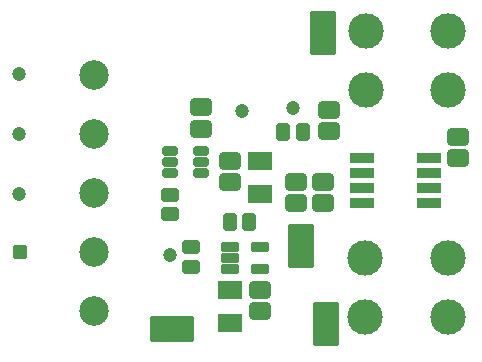
<source format=gts>
G04*
G04 #@! TF.GenerationSoftware,Altium Limited,Altium Designer,20.1.14 (287)*
G04*
G04 Layer_Color=8388736*
%FSAX25Y25*%
%MOIN*%
G70*
G04*
G04 #@! TF.SameCoordinates,0E288BC8-C536-4CC5-9AEF-3088BE1C8A18*
G04*
G04*
G04 #@! TF.FilePolarity,Negative*
G04*
G01*
G75*
G04:AMPARAMS|DCode=26|XSize=47.37mil|YSize=47.37mil|CornerRadius=7.94mil|HoleSize=0mil|Usage=FLASHONLY|Rotation=90.000|XOffset=0mil|YOffset=0mil|HoleType=Round|Shape=RoundedRectangle|*
%AMROUNDEDRECTD26*
21,1,0.04737,0.03150,0,0,90.0*
21,1,0.03150,0.04737,0,0,90.0*
1,1,0.01587,0.01575,0.01575*
1,1,0.01587,0.01575,-0.01575*
1,1,0.01587,-0.01575,-0.01575*
1,1,0.01587,-0.01575,0.01575*
%
%ADD26ROUNDEDRECTD26*%
%ADD27C,0.04737*%
G04:AMPARAMS|DCode=28|XSize=57.21mil|YSize=70.99mil|CornerRadius=8.92mil|HoleSize=0mil|Usage=FLASHONLY|Rotation=270.000|XOffset=0mil|YOffset=0mil|HoleType=Round|Shape=RoundedRectangle|*
%AMROUNDEDRECTD28*
21,1,0.05721,0.05315,0,0,270.0*
21,1,0.03937,0.07099,0,0,270.0*
1,1,0.01784,-0.02657,-0.01968*
1,1,0.01784,-0.02657,0.01968*
1,1,0.01784,0.02657,0.01968*
1,1,0.01784,0.02657,-0.01968*
%
%ADD28ROUNDEDRECTD28*%
G04:AMPARAMS|DCode=29|XSize=63.12mil|YSize=43.43mil|CornerRadius=6.66mil|HoleSize=0mil|Usage=FLASHONLY|Rotation=90.000|XOffset=0mil|YOffset=0mil|HoleType=Round|Shape=RoundedRectangle|*
%AMROUNDEDRECTD29*
21,1,0.06312,0.03012,0,0,90.0*
21,1,0.04980,0.04343,0,0,90.0*
1,1,0.01332,0.01506,0.02490*
1,1,0.01332,0.01506,-0.02490*
1,1,0.01332,-0.01506,-0.02490*
1,1,0.01332,-0.01506,0.02490*
%
%ADD29ROUNDEDRECTD29*%
G04:AMPARAMS|DCode=30|XSize=149.73mil|YSize=86.74mil|CornerRadius=9.91mil|HoleSize=0mil|Usage=FLASHONLY|Rotation=180.000|XOffset=0mil|YOffset=0mil|HoleType=Round|Shape=RoundedRectangle|*
%AMROUNDEDRECTD30*
21,1,0.14973,0.06693,0,0,180.0*
21,1,0.12992,0.08674,0,0,180.0*
1,1,0.01981,-0.06496,0.03347*
1,1,0.01981,0.06496,0.03347*
1,1,0.01981,0.06496,-0.03347*
1,1,0.01981,-0.06496,-0.03347*
%
%ADD30ROUNDEDRECTD30*%
G04:AMPARAMS|DCode=31|XSize=149.73mil|YSize=86.74mil|CornerRadius=9.91mil|HoleSize=0mil|Usage=FLASHONLY|Rotation=90.000|XOffset=0mil|YOffset=0mil|HoleType=Round|Shape=RoundedRectangle|*
%AMROUNDEDRECTD31*
21,1,0.14973,0.06693,0,0,90.0*
21,1,0.12992,0.08674,0,0,90.0*
1,1,0.01981,0.03347,0.06496*
1,1,0.01981,0.03347,-0.06496*
1,1,0.01981,-0.03347,-0.06496*
1,1,0.01981,-0.03347,0.06496*
%
%ADD31ROUNDEDRECTD31*%
G04:AMPARAMS|DCode=32|XSize=63.12mil|YSize=43.43mil|CornerRadius=6.66mil|HoleSize=0mil|Usage=FLASHONLY|Rotation=0.000|XOffset=0mil|YOffset=0mil|HoleType=Round|Shape=RoundedRectangle|*
%AMROUNDEDRECTD32*
21,1,0.06312,0.03012,0,0,0.0*
21,1,0.04980,0.04343,0,0,0.0*
1,1,0.01332,0.02490,-0.01506*
1,1,0.01332,-0.02490,-0.01506*
1,1,0.01332,-0.02490,0.01506*
1,1,0.01332,0.02490,0.01506*
%
%ADD32ROUNDEDRECTD32*%
%ADD33R,0.07887X0.05918*%
G04:AMPARAMS|DCode=34|XSize=32.8mil|YSize=59.18mil|CornerRadius=5.86mil|HoleSize=0mil|Usage=FLASHONLY|Rotation=90.000|XOffset=0mil|YOffset=0mil|HoleType=Round|Shape=RoundedRectangle|*
%AMROUNDEDRECTD34*
21,1,0.03280,0.04746,0,0,90.0*
21,1,0.02108,0.05918,0,0,90.0*
1,1,0.01172,0.02373,0.01054*
1,1,0.01172,0.02373,-0.01054*
1,1,0.01172,-0.02373,-0.01054*
1,1,0.01172,-0.02373,0.01054*
%
%ADD34ROUNDEDRECTD34*%
G04:AMPARAMS|DCode=35|XSize=36.35mil|YSize=82.8mil|CornerRadius=6.13mil|HoleSize=0mil|Usage=FLASHONLY|Rotation=90.000|XOffset=0mil|YOffset=0mil|HoleType=Round|Shape=RoundedRectangle|*
%AMROUNDEDRECTD35*
21,1,0.03635,0.07055,0,0,90.0*
21,1,0.02410,0.08280,0,0,90.0*
1,1,0.01225,0.03528,0.01205*
1,1,0.01225,0.03528,-0.01205*
1,1,0.01225,-0.03528,-0.01205*
1,1,0.01225,-0.03528,0.01205*
%
%ADD35ROUNDEDRECTD35*%
G04:AMPARAMS|DCode=36|XSize=31.62mil|YSize=51.31mil|CornerRadius=6.01mil|HoleSize=0mil|Usage=FLASHONLY|Rotation=270.000|XOffset=0mil|YOffset=0mil|HoleType=Round|Shape=RoundedRectangle|*
%AMROUNDEDRECTD36*
21,1,0.03162,0.03929,0,0,270.0*
21,1,0.01961,0.05131,0,0,270.0*
1,1,0.01202,-0.01965,-0.00980*
1,1,0.01202,-0.01965,0.00980*
1,1,0.01202,0.01965,0.00980*
1,1,0.01202,0.01965,-0.00980*
%
%ADD36ROUNDEDRECTD36*%
%ADD37C,0.11824*%
%ADD38C,0.09855*%
D26*
X0013000Y0037000D02*
D03*
D27*
X0063000Y0036000D02*
D03*
X0087000Y0084000D02*
D03*
X0104000Y0085000D02*
D03*
X0012500Y0056500D02*
D03*
Y0076500D02*
D03*
Y0096500D02*
D03*
D28*
X0114000Y0053476D02*
D03*
Y0060524D02*
D03*
X0105000Y0053476D02*
D03*
Y0060524D02*
D03*
X0116000Y0077476D02*
D03*
Y0084524D02*
D03*
X0159000Y0068476D02*
D03*
Y0075524D02*
D03*
X0073350Y0078226D02*
D03*
Y0085274D02*
D03*
X0093000Y0024524D02*
D03*
Y0017476D02*
D03*
X0083000Y0060476D02*
D03*
Y0067524D02*
D03*
D29*
X0100752Y0077000D02*
D03*
X0107248D02*
D03*
X0082852Y0047000D02*
D03*
X0089348D02*
D03*
D30*
X0063500Y0011500D02*
D03*
D31*
X0106575Y0039000D02*
D03*
X0114000Y0110000D02*
D03*
X0115000Y0013000D02*
D03*
D32*
X0063000Y0056248D02*
D03*
Y0049752D02*
D03*
X0070000Y0032252D02*
D03*
Y0038748D02*
D03*
D33*
X0083000Y0013488D02*
D03*
Y0024512D02*
D03*
X0093000Y0067512D02*
D03*
Y0056488D02*
D03*
D34*
X0083065Y0038740D02*
D03*
Y0035000D02*
D03*
Y0031260D02*
D03*
X0093135D02*
D03*
Y0038740D02*
D03*
D35*
X0126978Y0068500D02*
D03*
Y0063500D02*
D03*
Y0058500D02*
D03*
Y0053500D02*
D03*
X0149222Y0068500D02*
D03*
Y0063500D02*
D03*
Y0058500D02*
D03*
Y0053500D02*
D03*
D36*
X0073218Y0070740D02*
D03*
Y0067000D02*
D03*
Y0063260D02*
D03*
X0062982Y0070740D02*
D03*
Y0063260D02*
D03*
Y0067000D02*
D03*
D37*
X0128201Y0091158D02*
D03*
Y0110843D02*
D03*
X0155799Y0091158D02*
D03*
Y0110843D02*
D03*
X0128000Y0015315D02*
D03*
Y0035000D02*
D03*
X0155598Y0015315D02*
D03*
Y0035000D02*
D03*
D38*
X0037500Y0037130D02*
D03*
Y0017445D02*
D03*
Y0056815D02*
D03*
Y0076500D02*
D03*
Y0096185D02*
D03*
M02*

</source>
